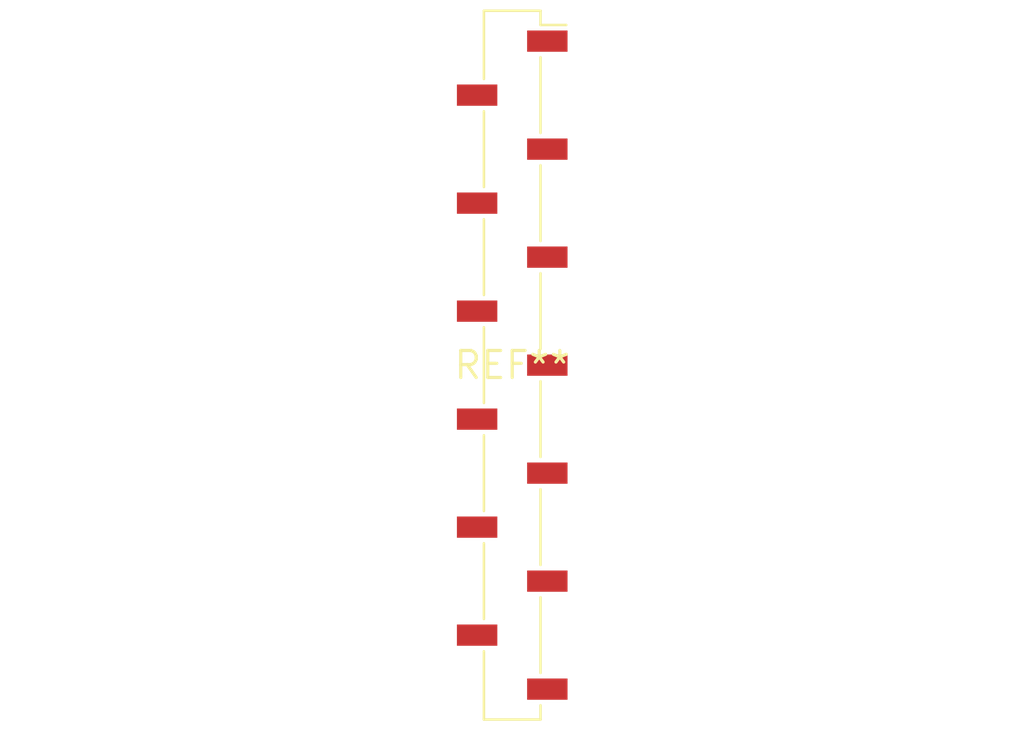
<source format=kicad_pcb>
(kicad_pcb (version 20240108) (generator pcbnew)
  (layers (0 "F.Cu" signal) (31 "B.Cu" signal) (34 "B.Paste" user) (35 "F.Paste" user) (36 "B.SilkS" user "B.Silkscreen") (37 "F.SilkS" user "F.Silkscreen") (38 "B.Mask" user) (39 "F.Mask" user) (44 "Edge.Cuts" user))
  (net 0 "")
  (footprint "PinSocket_1x13_P2.54mm_Vertical_SMD_Pin1Right" (layer "F.Cu") (at 0 0)
    (property "Reference" "REF**")
    (property "Value" "PinSocket_1x13_P2.54mm_Vertical_SMD_Pin1Right")
    (fp_line (start -1.33 -16.67) (end -1.33 -13.46) (layer "F.SilkS") (stroke (width 0.12)))
    (fp_line (start -1.33 -16.67) (end 1.33 -16.67) (layer "F.SilkS") (stroke (width 0.12)))
    (fp_line (start -1.33 -11.94) (end -1.33 -8.38) (layer "F.SilkS") (stroke (width 0.12)))
    (fp_line (start -1.33 -6.86) (end -1.33 -3.3) (layer "F.SilkS") (stroke (width 0.12)))
    (fp_line (start -1.33 -1.78) (end -1.33 1.78) (layer "F.SilkS") (stroke (width 0.12)))
    (fp_line (start -1.33 3.3) (end -1.33 6.86) (layer "F.SilkS") (stroke (width 0.12)))
    (fp_line (start -1.33 8.38) (end -1.33 11.94) (layer "F.SilkS") (stroke (width 0.12)))
    (fp_line (start -1.33 13.46) (end -1.33 16.67) (layer "F.SilkS") (stroke (width 0.12)))
    (fp_line (start -1.33 16.67) (end 1.33 16.67) (layer "F.SilkS") (stroke (width 0.12)))
    (fp_line (start 1.33 -16.67) (end 1.33 -16) (layer "F.SilkS") (stroke (width 0.12)))
    (fp_line (start 1.33 -16) (end 2.54 -16) (layer "F.SilkS") (stroke (width 0.12)))
    (fp_line (start 1.33 -14.48) (end 1.33 -10.92) (layer "F.SilkS") (stroke (width 0.12)))
    (fp_line (start 1.33 -9.4) (end 1.33 -5.84) (layer "F.SilkS") (stroke (width 0.12)))
    (fp_line (start 1.33 -4.32) (end 1.33 -0.76) (layer "F.SilkS") (stroke (width 0.12)))
    (fp_line (start 1.33 0.76) (end 1.33 4.32) (layer "F.SilkS") (stroke (width 0.12)))
    (fp_line (start 1.33 5.84) (end 1.33 9.4) (layer "F.SilkS") (stroke (width 0.12)))
    (fp_line (start 1.33 10.92) (end 1.33 14.48) (layer "F.SilkS") (stroke (width 0.12)))
    (fp_line (start 1.33 16) (end 1.33 16.67) (layer "F.SilkS") (stroke (width 0.12)))
    (pad "1" smd rect (at 1.65 -15.24) (size 1.9 1) (layers "F.Cu" "F.Paste" "F.Mask"))
    (pad "2" smd rect (at -1.65 -12.7) (size 1.9 1) (layers "F.Cu" "F.Paste" "F.Mask"))
    (pad "3" smd rect (at 1.65 -10.16) (size 1.9 1) (layers "F.Cu" "F.Paste" "F.Mask"))
    (pad "4" smd rect (at -1.65 -7.62) (size 1.9 1) (layers "F.Cu" "F.Paste" "F.Mask"))
    (pad "5" smd rect (at 1.65 -5.08) (size 1.9 1) (layers "F.Cu" "F.Paste" "F.Mask"))
    (pad "6" smd rect (at -1.65 -2.54) (size 1.9 1) (layers "F.Cu" "F.Paste" "F.Mask"))
    (pad "7" smd rect (at 1.65 0) (size 1.9 1) (layers "F.Cu" "F.Paste" "F.Mask"))
    (pad "8" smd rect (at -1.65 2.54) (size 1.9 1) (layers "F.Cu" "F.Paste" "F.Mask"))
    (pad "9" smd rect (at 1.65 5.08) (size 1.9 1) (layers "F.Cu" "F.Paste" "F.Mask"))
    (pad "10" smd rect (at -1.65 7.62) (size 1.9 1) (layers "F.Cu" "F.Paste" "F.Mask"))
    (pad "11" smd rect (at 1.65 10.16) (size 1.9 1) (layers "F.Cu" "F.Paste" "F.Mask"))
    (pad "12" smd rect (at -1.65 12.7) (size 1.9 1) (layers "F.Cu" "F.Paste" "F.Mask"))
    (pad "13" smd rect (at 1.65 15.24) (size 1.9 1) (layers "F.Cu" "F.Paste" "F.Mask"))
  )
)
</source>
